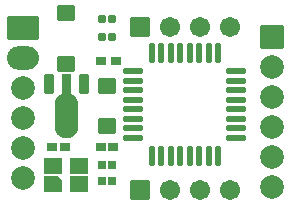
<source format=gts>
G04 Layer: TopSolderMaskLayer*
G04 EasyEDA v6.5.37, 2023-10-31 21:51:45*
G04 92e80ba92b534569934612c00dbf32e0,a91715704fb945b483ebfb4622a18937,10*
G04 Gerber Generator version 0.2*
G04 Scale: 100 percent, Rotated: No, Reflected: No *
G04 Dimensions in inches *
G04 leading zeros omitted , absolute positions ,3 integer and 6 decimal *
%FSLAX36Y36*%
%MOIN*%

%AMMACRO1*1,1,$1,$2,$3*1,1,$1,$4,$5*1,1,$1,0-$2,0-$3*1,1,$1,0-$4,0-$5*20,1,$1,$2,$3,$4,$5,0*20,1,$1,$4,$5,0-$2,0-$3,0*20,1,$1,0-$2,0-$3,0-$4,0-$5,0*20,1,$1,0-$4,0-$5,$2,$3,0*4,1,4,$2,$3,$4,$5,0-$2,0-$3,0-$4,0-$5,$2,$3,0*%
%AMMACRO2*4,1,38,-0.0275,-0.0266,-0.0287,-0.0264,-0.0299,-0.0258,-0.0307,-0.025,-0.0313,-0.0238,-0.0315,-0.0226,-0.0316,-0.0226,-0.0316,0.0226,-0.0315,0.0226,-0.0313,0.0238,-0.0307,0.025,-0.0299,0.0258,-0.0287,0.0264,-0.0275,0.0266,-0.0276,0.0266,0.0133,0.0266,0.0139,0.0265,0.0146,0.0264,0.0152,0.0261,0.0157,0.0258,0.0162,0.0254,0.0162,0.0254,0.0304,0.0105,0.0305,0.0105,0.0309,0.01,0.0312,0.0095,0.0316,0.0083,0.0316,0.0077,0.0315,0.0077,0.0315,-0.0226,0.0316,-0.0226,0.0314,-0.0238,0.0308,-0.025,0.03,-0.0258,0.0288,-0.0264,0.0276,-0.0266,0.0275,-0.0266,-0.0276,-0.0266,-0.0275,-0.0266,0*%
%ADD10MACRO1,0.008X-0.0276X0.0226X0.0276X0.0226*%
%ADD11MACRO2*%
%ADD12MACRO1,0.004X-0.0118X0.0128X0.0118X0.0128*%
%ADD13MACRO1,0.004X-0.0156X-0.0106X-0.0156X0.0106*%
%ADD14MACRO1,0.004X0.0156X-0.0106X0.0156X0.0106*%
%ADD15MACRO1,0.004X0.0156X0.0106X0.0156X-0.0106*%
%ADD16MACRO1,0.004X-0.0156X0.0106X-0.0156X-0.0106*%
%ADD17MACRO1,0.004X0.0276X0.0236X0.0276X-0.0236*%
%ADD18MACRO1,0.004X-0.0148X0.0118X0.0148X0.0118*%
%ADD19MACRO1,0.004X0.0111X0.0106X0.0111X-0.0106*%
%ADD20MACRO1,0.004X-0.0111X0.0106X-0.0111X-0.0106*%
%ADD21MACRO1,0.004X0.0268X-0.0242X-0.0268X-0.0242*%
%ADD22MACRO1,0.004X0.0268X0.0242X-0.0268X0.0242*%
%ADD23MACRO1,0.004X0.0132X0.031X-0.0132X0.031*%
%ADD24C,0.0789*%
%ADD25MACRO1,0.008X0.0354X0.0354X0.0354X-0.0354*%
%ADD26MACRO1,0.008X-0.0295X0.0295X0.0295X0.0295*%
%ADD27C,0.0671*%
%ADD28O,0.021717X0.06896100000000001*%
%ADD29O,0.06896100000000001X0.021717*%
%ADD30O,0.10642499999999998X0.07886599999999999*%
%ADD31MACRO1,0.008X0.0492X0.0354X0.0492X-0.0354*%

%LPD*%
D10*
G01*
X733306Y2991503D03*
D11*
G01*
X646674Y2928502D03*
D10*
G01*
X646685Y2991503D03*
G01*
X733306Y2928502D03*
D12*
G01*
X841699Y2995000D03*
G01*
X808299Y2995000D03*
G01*
X841699Y2940000D03*
G01*
X808300Y2940000D03*
D13*
G01*
X686458Y3055000D03*
D14*
G01*
X643541Y3055000D03*
D15*
G01*
X803841Y3055000D03*
D16*
G01*
X846759Y3055000D03*
D17*
G01*
X825299Y3256929D03*
G01*
X825299Y3123071D03*
D18*
G01*
X854830Y3340000D03*
G01*
X805768Y3340000D03*
D19*
G01*
X808259Y3480000D03*
D20*
G01*
X842340Y3480000D03*
D19*
G01*
X808259Y3420000D03*
D20*
G01*
X842340Y3420000D03*
D21*
G01*
X689994Y3501023D03*
D22*
G01*
X689994Y3328976D03*
D23*
G01*
X749049Y3264836D03*
G01*
X630940Y3264836D03*
G36*
X689000Y3082199D02*
G01*
X687300Y3082300D01*
X687199Y3082300D01*
X685399Y3082399D01*
X685399Y3082500D01*
X683600Y3082700D01*
X683499Y3082700D01*
X681799Y3083000D01*
X681700Y3083099D01*
X680000Y3083499D01*
X679899Y3083499D01*
X678200Y3084000D01*
X678099Y3084000D01*
X676500Y3084600D01*
X676399Y3084600D01*
X674800Y3085200D01*
X674699Y3085300D01*
X673099Y3085999D01*
X673000Y3085999D01*
X671399Y3086799D01*
X671399Y3086900D01*
X669800Y3087700D01*
X669800Y3087800D01*
X668299Y3088699D01*
X668200Y3088800D01*
X666799Y3089800D01*
X666700Y3089800D01*
X665300Y3090900D01*
X665199Y3090999D01*
X663899Y3092100D01*
X663800Y3092199D01*
X662500Y3093400D01*
X661199Y3094699D01*
X660000Y3095999D01*
X659899Y3096100D01*
X658800Y3097500D01*
X658800Y3097600D01*
X657800Y3099000D01*
X657699Y3099000D01*
X656700Y3100500D01*
X656700Y3100599D01*
X655799Y3102100D01*
X655700Y3102199D01*
X654899Y3103699D01*
X654899Y3103800D01*
X654099Y3105399D01*
X654099Y3105500D01*
X653400Y3107100D01*
X653400Y3107199D01*
X652800Y3108800D01*
X652699Y3108899D01*
X652199Y3110599D01*
X652199Y3110700D01*
X651700Y3112399D01*
X651300Y3114200D01*
X651300Y3114299D01*
X650999Y3115999D01*
X650999Y3116100D01*
X650799Y3117800D01*
X650799Y3117899D01*
X650599Y3121500D01*
X650599Y3194600D01*
X650700Y3196300D01*
X650700Y3196399D01*
X650799Y3198200D01*
X650799Y3198299D01*
X650999Y3200000D01*
X650999Y3200100D01*
X651300Y3201799D01*
X651300Y3201900D01*
X651700Y3203699D01*
X652199Y3205399D01*
X652199Y3205500D01*
X652699Y3207199D01*
X652800Y3207300D01*
X653400Y3208899D01*
X653400Y3209000D01*
X654099Y3210599D01*
X654099Y3210700D01*
X654899Y3212300D01*
X654899Y3212399D01*
X655700Y3213899D01*
X655799Y3214000D01*
X656700Y3215500D01*
X656700Y3215599D01*
X657699Y3217100D01*
X657800Y3217100D01*
X658800Y3218499D01*
X658800Y3218600D01*
X659899Y3220000D01*
X660000Y3220000D01*
X661199Y3221399D01*
X662500Y3222700D01*
X663800Y3223899D01*
X663899Y3224000D01*
X665199Y3225100D01*
X665300Y3225200D01*
X666700Y3226300D01*
X666799Y3226300D01*
X668200Y3227300D01*
X668299Y3227399D01*
X669800Y3228299D01*
X669800Y3228400D01*
X671399Y3229200D01*
X671399Y3229299D01*
X673000Y3230100D01*
X673191Y3230100D01*
X673291Y3230200D01*
X673499Y3230200D01*
X675000Y3230500D01*
X675000Y3295799D01*
X675014Y3295841D01*
X675114Y3296441D01*
X675414Y3297041D01*
X675814Y3297441D01*
X676413Y3297741D01*
X677013Y3297842D01*
X676999Y3297800D01*
X703000Y3297800D01*
X702997Y3297842D01*
X703597Y3297741D01*
X704197Y3297441D01*
X704597Y3297041D01*
X704897Y3296441D01*
X704997Y3295841D01*
X705000Y3295799D01*
X705000Y3230500D01*
X706599Y3230200D01*
X706722Y3230200D01*
X706822Y3230100D01*
X706999Y3230100D01*
X708600Y3229299D01*
X708699Y3229200D01*
X710199Y3228400D01*
X710300Y3228299D01*
X711700Y3227399D01*
X711799Y3227300D01*
X713299Y3226300D01*
X714699Y3225200D01*
X714800Y3225100D01*
X716100Y3224000D01*
X716199Y3223899D01*
X717500Y3222700D01*
X717600Y3222700D01*
X718800Y3221399D01*
X720000Y3220000D01*
X720100Y3220000D01*
X721199Y3218600D01*
X721199Y3218499D01*
X722300Y3217100D01*
X723299Y3215599D01*
X723299Y3215500D01*
X724200Y3214000D01*
X724299Y3213899D01*
X725100Y3212399D01*
X725100Y3212300D01*
X725900Y3210700D01*
X725900Y3210599D01*
X726599Y3209000D01*
X726700Y3208899D01*
X727300Y3207300D01*
X727300Y3207199D01*
X727800Y3205500D01*
X727800Y3205399D01*
X728299Y3203699D01*
X728699Y3201900D01*
X728699Y3201799D01*
X729000Y3200100D01*
X729000Y3200000D01*
X729200Y3198299D01*
X729200Y3198200D01*
X729299Y3196399D01*
X729299Y3196300D01*
X729400Y3194600D01*
X729400Y3121500D01*
X729200Y3117899D01*
X729200Y3117800D01*
X729000Y3116100D01*
X729000Y3115999D01*
X728699Y3114299D01*
X728699Y3114200D01*
X728299Y3112399D01*
X727800Y3110700D01*
X727800Y3110599D01*
X727300Y3108899D01*
X727300Y3108800D01*
X726700Y3107199D01*
X726599Y3107100D01*
X725900Y3105500D01*
X725900Y3105399D01*
X725100Y3103800D01*
X725100Y3103699D01*
X724299Y3102199D01*
X724200Y3102100D01*
X723299Y3100599D01*
X723299Y3100500D01*
X722300Y3099000D01*
X721199Y3097600D01*
X721199Y3097500D01*
X720100Y3096100D01*
X720000Y3095999D01*
X717600Y3093400D01*
X717500Y3093400D01*
X716199Y3092199D01*
X716100Y3092100D01*
X714800Y3090999D01*
X714699Y3090900D01*
X713299Y3089800D01*
X711799Y3088800D01*
X711700Y3088699D01*
X710300Y3087800D01*
X710199Y3087700D01*
X708699Y3086900D01*
X708600Y3086799D01*
X706999Y3085999D01*
X706900Y3085999D01*
X705300Y3085300D01*
X705199Y3085200D01*
X703600Y3084600D01*
X703499Y3084600D01*
X701900Y3084000D01*
X701799Y3084000D01*
X700100Y3083499D01*
X700000Y3083499D01*
X698299Y3083099D01*
X698200Y3083000D01*
X696500Y3082700D01*
X696399Y3082700D01*
X694699Y3082500D01*
X694600Y3082399D01*
X692800Y3082300D01*
X692699Y3082300D01*
X690999Y3082199D01*
G37*
D24*
G01*
X1375000Y3320000D03*
G01*
X1375000Y3120000D03*
G01*
X1375000Y2920000D03*
G01*
X1375000Y3020000D03*
G01*
X1375000Y3220000D03*
D25*
G01*
X1375000Y3420000D03*
D26*
G01*
X934900Y3455000D03*
D27*
G01*
X1034899Y3455000D03*
G01*
X1134899Y3455000D03*
G01*
X1234899Y3455000D03*
D26*
G01*
X935000Y2910000D03*
D27*
G01*
X1035000Y2910000D03*
G01*
X1135000Y2910000D03*
G01*
X1235000Y2910000D03*
D28*
G01*
X974759Y3367500D03*
G01*
X1006260Y3367500D03*
G01*
X1037759Y3367500D03*
G01*
X1069250Y3367500D03*
G01*
X1100749Y3367500D03*
G01*
X1132240Y3367500D03*
G01*
X1163739Y3367500D03*
G01*
X1195240Y3367500D03*
D29*
G01*
X1256999Y3305239D03*
G01*
X1256999Y3273739D03*
G01*
X1256999Y3242240D03*
G01*
X1256999Y3210749D03*
G01*
X1256999Y3179250D03*
G01*
X1256999Y3147759D03*
G01*
X1256999Y3116260D03*
G01*
X1256999Y3084760D03*
D28*
G01*
X1195240Y3022500D03*
G01*
X1163739Y3022500D03*
G01*
X1132240Y3022500D03*
G01*
X1100749Y3022500D03*
G01*
X1069250Y3022500D03*
G01*
X1037759Y3022500D03*
G01*
X1006260Y3022500D03*
G01*
X974759Y3022500D03*
D29*
G01*
X913000Y3084760D03*
G01*
X913000Y3116260D03*
G01*
X913000Y3147759D03*
G01*
X913000Y3179250D03*
G01*
X913000Y3210749D03*
G01*
X913000Y3242240D03*
G01*
X913000Y3273739D03*
G01*
X913000Y3305239D03*
D30*
G01*
X545000Y3350000D03*
D24*
G01*
X545000Y3150000D03*
G01*
X545000Y2950000D03*
G01*
X545000Y3050000D03*
G01*
X545000Y3250000D03*
D31*
G01*
X545000Y3450000D03*
M02*

</source>
